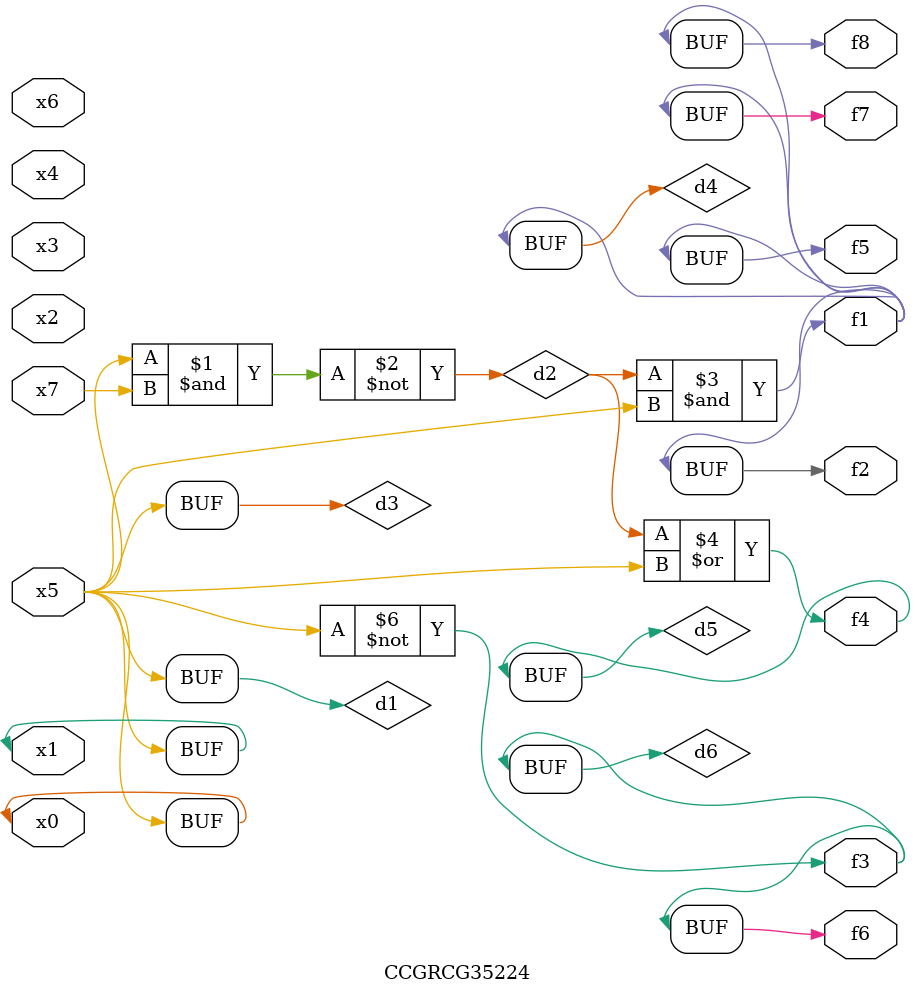
<source format=v>
module CCGRCG35224(
	input x0, x1, x2, x3, x4, x5, x6, x7,
	output f1, f2, f3, f4, f5, f6, f7, f8
);

	wire d1, d2, d3, d4, d5, d6;

	buf (d1, x0, x5);
	nand (d2, x5, x7);
	buf (d3, x0, x1);
	and (d4, d2, d3);
	or (d5, d2, d3);
	nor (d6, d1, d3);
	assign f1 = d4;
	assign f2 = d4;
	assign f3 = d6;
	assign f4 = d5;
	assign f5 = d4;
	assign f6 = d6;
	assign f7 = d4;
	assign f8 = d4;
endmodule

</source>
